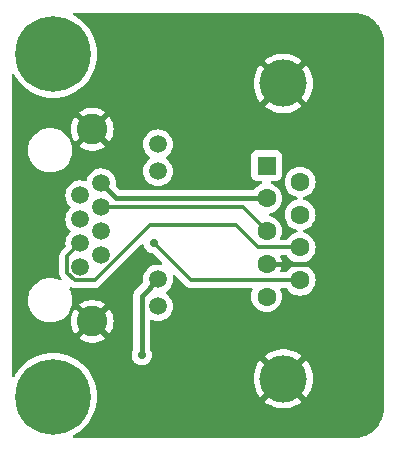
<source format=gbl>
G04 #@! TF.GenerationSoftware,KiCad,Pcbnew,8.0.5*
G04 #@! TF.CreationDate,2024-09-22T19:21:20+03:00*
G04 #@! TF.ProjectId,ditron-dc11-encoder,64697472-6f6e-42d6-9463-31312d656e63,rev?*
G04 #@! TF.SameCoordinates,Original*
G04 #@! TF.FileFunction,Copper,L2,Bot*
G04 #@! TF.FilePolarity,Positive*
%FSLAX46Y46*%
G04 Gerber Fmt 4.6, Leading zero omitted, Abs format (unit mm)*
G04 Created by KiCad (PCBNEW 8.0.5) date 2024-09-22 19:21:20*
%MOMM*%
%LPD*%
G01*
G04 APERTURE LIST*
G04 #@! TA.AperFunction,ComponentPad*
%ADD10C,4.000000*%
G04 #@! TD*
G04 #@! TA.AperFunction,ComponentPad*
%ADD11R,1.600000X1.600000*%
G04 #@! TD*
G04 #@! TA.AperFunction,ComponentPad*
%ADD12C,1.600000*%
G04 #@! TD*
G04 #@! TA.AperFunction,ComponentPad*
%ADD13C,1.500000*%
G04 #@! TD*
G04 #@! TA.AperFunction,ComponentPad*
%ADD14C,2.600000*%
G04 #@! TD*
G04 #@! TA.AperFunction,ComponentPad*
%ADD15C,0.800000*%
G04 #@! TD*
G04 #@! TA.AperFunction,ComponentPad*
%ADD16C,6.400000*%
G04 #@! TD*
G04 #@! TA.AperFunction,ViaPad*
%ADD17C,0.700000*%
G04 #@! TD*
G04 #@! TA.AperFunction,Conductor*
%ADD18C,0.300000*%
G04 #@! TD*
G04 #@! TA.AperFunction,Conductor*
%ADD19C,0.400000*%
G04 #@! TD*
G04 APERTURE END LIST*
D10*
G04 #@! TO.P,J1,0,PAD*
G04 #@! TO.N,/SHIELD*
X170489669Y-106490000D03*
X170489669Y-81490000D03*
D11*
G04 #@! TO.P,J1,1,1*
G04 #@! TO.N,/A_N*
X169069669Y-88450000D03*
D12*
G04 #@! TO.P,J1,2,2*
G04 #@! TO.N,GND*
X169069669Y-91220000D03*
G04 #@! TO.P,J1,3,3*
G04 #@! TO.N,/B_N*
X169069669Y-93990000D03*
G04 #@! TO.P,J1,4,4*
G04 #@! TO.N,/SHIELD*
X169069669Y-96760000D03*
G04 #@! TO.P,J1,5,5*
G04 #@! TO.N,/Z_N*
X169069669Y-99530000D03*
G04 #@! TO.P,J1,6,6*
G04 #@! TO.N,/A_P*
X171909669Y-89835000D03*
G04 #@! TO.P,J1,7,7*
G04 #@! TO.N,+5V*
X171909669Y-92605000D03*
G04 #@! TO.P,J1,8,8*
G04 #@! TO.N,/B_P*
X171909669Y-95375000D03*
G04 #@! TO.P,J1,9,9*
G04 #@! TO.N,/Z_P*
X171909669Y-98145000D03*
G04 #@! TD*
D13*
G04 #@! TO.P,J2,1*
G04 #@! TO.N,/A_P*
X153290000Y-97070000D03*
G04 #@! TO.P,J2,2*
G04 #@! TO.N,/A_N*
X155070000Y-96050000D03*
G04 #@! TO.P,J2,3*
G04 #@! TO.N,/B_P*
X153290000Y-95030000D03*
G04 #@! TO.P,J2,4*
G04 #@! TO.N,/Z_P*
X155070000Y-94010000D03*
G04 #@! TO.P,J2,5*
G04 #@! TO.N,/Z_N*
X153290000Y-92990000D03*
G04 #@! TO.P,J2,6*
G04 #@! TO.N,/B_N*
X155070000Y-91970000D03*
G04 #@! TO.P,J2,7*
G04 #@! TO.N,+5V*
X153290000Y-90950000D03*
G04 #@! TO.P,J2,8*
G04 #@! TO.N,GND*
X155070000Y-89930000D03*
G04 #@! TO.P,J2,9*
X159880000Y-100360000D03*
G04 #@! TO.P,J2,10*
G04 #@! TO.N,Net-(J2-Pad10)*
X159880000Y-98070000D03*
G04 #@! TO.P,J2,11*
G04 #@! TO.N,unconnected-(J2-Pad11)*
X159880000Y-88930000D03*
G04 #@! TO.P,J2,12*
G04 #@! TO.N,unconnected-(J2-Pad12)*
X159880000Y-86640000D03*
D14*
G04 #@! TO.P,J2,SH*
G04 #@! TO.N,/SHIELD*
X154310000Y-85370000D03*
X154310000Y-101630000D03*
G04 #@! TD*
D15*
G04 #@! TO.P,H2,1,1*
G04 #@! TO.N,unconnected-(H2-Pad1)_5*
X148600000Y-79000000D03*
G04 #@! TO.N,unconnected-(H2-Pad1)_3*
X149302944Y-77302944D03*
G04 #@! TO.N,unconnected-(H2-Pad1)_2*
X149302944Y-80697056D03*
G04 #@! TO.N,unconnected-(H2-Pad1)_8*
X151000000Y-76600000D03*
D16*
G04 #@! TO.N,unconnected-(H2-Pad1)_6*
X151000000Y-79000000D03*
D15*
G04 #@! TO.N,unconnected-(H2-Pad1)_1*
X151000000Y-81400000D03*
G04 #@! TO.N,unconnected-(H2-Pad1)_4*
X152697056Y-77302944D03*
G04 #@! TO.N,unconnected-(H2-Pad1)_7*
X152697056Y-80697056D03*
G04 #@! TO.N,unconnected-(H2-Pad1)*
X153400000Y-79000000D03*
G04 #@! TD*
G04 #@! TO.P,H1,1,1*
G04 #@! TO.N,unconnected-(H1-Pad1)_6*
X148600000Y-108000000D03*
G04 #@! TO.N,unconnected-(H1-Pad1)*
X149302944Y-106302944D03*
G04 #@! TO.N,unconnected-(H1-Pad1)_1*
X149302944Y-109697056D03*
G04 #@! TO.N,unconnected-(H1-Pad1)_8*
X151000000Y-105600000D03*
D16*
G04 #@! TO.N,unconnected-(H1-Pad1)_5*
X151000000Y-108000000D03*
D15*
G04 #@! TO.N,unconnected-(H1-Pad1)_2*
X151000000Y-110400000D03*
G04 #@! TO.N,unconnected-(H1-Pad1)_4*
X152697056Y-106302944D03*
G04 #@! TO.N,unconnected-(H1-Pad1)_7*
X152697056Y-109697056D03*
G04 #@! TO.N,unconnected-(H1-Pad1)_3*
X153400000Y-108000000D03*
G04 #@! TD*
D17*
G04 #@! TO.N,/Z_P*
X159500000Y-95000000D03*
G04 #@! TO.N,Net-(J2-Pad10)*
X158500000Y-104500000D03*
G04 #@! TD*
D18*
G04 #@! TO.N,/Z_P*
X162645000Y-98145000D02*
X171909669Y-98145000D01*
X159500000Y-95000000D02*
X162645000Y-98145000D01*
D19*
G04 #@! TO.N,/SHIELD*
X169069669Y-96760000D02*
X174760000Y-96760000D01*
X174760000Y-96760000D02*
X175000000Y-97000000D01*
D18*
G04 #@! TO.N,/B_N*
X155070000Y-91970000D02*
X167049669Y-91970000D01*
X167049669Y-91970000D02*
X169069669Y-93990000D01*
G04 #@! TO.N,/B_P*
X168375000Y-95375000D02*
X171909669Y-95375000D01*
X153290000Y-95030000D02*
X152190000Y-96130000D01*
X159175635Y-93500000D02*
X166500000Y-93500000D01*
X166500000Y-93500000D02*
X168375000Y-95375000D01*
X152190000Y-97525635D02*
X152834365Y-98170000D01*
X152834365Y-98170000D02*
X154505635Y-98170000D01*
X152190000Y-96130000D02*
X152190000Y-97525635D01*
X154505635Y-98170000D02*
X159175635Y-93500000D01*
D19*
G04 #@! TO.N,GND*
X156360000Y-91220000D02*
X169069669Y-91220000D01*
X155070000Y-89930000D02*
X156360000Y-91220000D01*
G04 #@! TO.N,Net-(J2-Pad10)*
X158500000Y-99450000D02*
X159880000Y-98070000D01*
X158500000Y-104500000D02*
X158500000Y-99450000D01*
G04 #@! TD*
G04 #@! TA.AperFunction,Conductor*
G04 #@! TO.N,/SHIELD*
G36*
X170780025Y-96045185D02*
G01*
X170814561Y-96078377D01*
X170909623Y-96214141D01*
X171070527Y-96375045D01*
X171070530Y-96375047D01*
X171256935Y-96505568D01*
X171463173Y-96601739D01*
X171463178Y-96601740D01*
X171463180Y-96601741D01*
X171606805Y-96640225D01*
X171666466Y-96676590D01*
X171696995Y-96739437D01*
X171688700Y-96808812D01*
X171644215Y-96862690D01*
X171606805Y-96879775D01*
X171463180Y-96918258D01*
X171463171Y-96918261D01*
X171256936Y-97014431D01*
X171256934Y-97014432D01*
X171070527Y-97144954D01*
X170909623Y-97305858D01*
X170814561Y-97441623D01*
X170759984Y-97485248D01*
X170712986Y-97494500D01*
X170356199Y-97494500D01*
X170289160Y-97474815D01*
X170243405Y-97422011D01*
X170233461Y-97352853D01*
X170243817Y-97318096D01*
X170295933Y-97206331D01*
X170295938Y-97206317D01*
X170354808Y-96986610D01*
X170354810Y-96986599D01*
X170374635Y-96760002D01*
X170374635Y-96759997D01*
X170354810Y-96533400D01*
X170354808Y-96533389D01*
X170295938Y-96313682D01*
X170295933Y-96313668D01*
X170243817Y-96201904D01*
X170233325Y-96132827D01*
X170261845Y-96069043D01*
X170320322Y-96030804D01*
X170356199Y-96025500D01*
X170712986Y-96025500D01*
X170780025Y-96045185D01*
G37*
G04 #@! TD.AperFunction*
G04 #@! TA.AperFunction,Conductor*
G36*
X176503736Y-75500726D02*
G01*
X176793796Y-75518271D01*
X176808659Y-75520076D01*
X177090798Y-75571780D01*
X177105335Y-75575363D01*
X177379172Y-75660695D01*
X177393163Y-75666000D01*
X177654743Y-75783727D01*
X177667989Y-75790680D01*
X177913465Y-75939075D01*
X177925776Y-75947573D01*
X177995406Y-76002124D01*
X178151573Y-76124473D01*
X178162781Y-76134403D01*
X178365596Y-76337218D01*
X178375526Y-76348426D01*
X178495481Y-76501538D01*
X178552422Y-76574217D01*
X178560928Y-76586540D01*
X178709316Y-76832004D01*
X178716275Y-76845263D01*
X178833997Y-77106831D01*
X178839306Y-77120832D01*
X178924635Y-77394663D01*
X178928219Y-77409201D01*
X178979923Y-77691340D01*
X178981728Y-77706205D01*
X178999274Y-77996263D01*
X178999500Y-78003750D01*
X178999500Y-108996249D01*
X178999274Y-109003736D01*
X178981728Y-109293794D01*
X178979923Y-109308659D01*
X178928219Y-109590798D01*
X178924635Y-109605336D01*
X178839306Y-109879167D01*
X178833997Y-109893168D01*
X178716275Y-110154736D01*
X178709316Y-110167995D01*
X178560928Y-110413459D01*
X178552422Y-110425782D01*
X178375526Y-110651573D01*
X178365596Y-110662781D01*
X178162781Y-110865596D01*
X178151573Y-110875526D01*
X177925782Y-111052422D01*
X177913459Y-111060928D01*
X177667995Y-111209316D01*
X177654736Y-111216275D01*
X177393168Y-111333997D01*
X177379167Y-111339306D01*
X177105336Y-111424635D01*
X177090798Y-111428219D01*
X176808659Y-111479923D01*
X176793794Y-111481728D01*
X176503736Y-111499274D01*
X176496249Y-111499500D01*
X152799393Y-111499500D01*
X152732354Y-111479815D01*
X152686599Y-111427011D01*
X152676655Y-111357853D01*
X152705680Y-111294297D01*
X152743098Y-111265015D01*
X152852789Y-111209125D01*
X153178084Y-110997876D01*
X153479516Y-110753781D01*
X153753781Y-110479516D01*
X153997876Y-110178084D01*
X154209125Y-109852789D01*
X154385214Y-109507194D01*
X154524214Y-109145087D01*
X154624602Y-108770433D01*
X154685278Y-108387338D01*
X154705578Y-108000000D01*
X154685278Y-107612662D01*
X154624602Y-107229567D01*
X154524214Y-106854913D01*
X154385214Y-106492806D01*
X154383781Y-106489994D01*
X167984726Y-106489994D01*
X167984726Y-106490005D01*
X168004476Y-106803942D01*
X168004477Y-106803949D01*
X168063424Y-107112958D01*
X168160632Y-107412132D01*
X168160634Y-107412137D01*
X168294569Y-107696761D01*
X168294572Y-107696767D01*
X168463126Y-107962367D01*
X168463129Y-107962371D01*
X168553955Y-108072160D01*
X169195417Y-107430698D01*
X169269257Y-107532330D01*
X169447339Y-107710412D01*
X169548969Y-107784250D01*
X168904640Y-108428579D01*
X168904641Y-108428581D01*
X169147441Y-108604985D01*
X169147459Y-108604996D01*
X169423116Y-108756540D01*
X169423124Y-108756544D01*
X169715595Y-108872340D01*
X170020289Y-108950573D01*
X170020298Y-108950575D01*
X170332370Y-108989999D01*
X170332384Y-108990000D01*
X170646954Y-108990000D01*
X170646967Y-108989999D01*
X170959039Y-108950575D01*
X170959048Y-108950573D01*
X171263742Y-108872340D01*
X171556213Y-108756544D01*
X171556221Y-108756540D01*
X171831878Y-108604996D01*
X171831888Y-108604990D01*
X172074695Y-108428579D01*
X172074696Y-108428579D01*
X171430367Y-107784251D01*
X171531999Y-107710412D01*
X171710081Y-107532330D01*
X171783920Y-107430698D01*
X172425381Y-108072160D01*
X172516213Y-107962364D01*
X172684765Y-107696767D01*
X172684768Y-107696761D01*
X172818703Y-107412137D01*
X172818705Y-107412132D01*
X172915913Y-107112958D01*
X172974860Y-106803949D01*
X172974861Y-106803942D01*
X172994612Y-106490005D01*
X172994612Y-106489994D01*
X172974861Y-106176057D01*
X172974860Y-106176050D01*
X172915913Y-105867041D01*
X172818705Y-105567867D01*
X172818703Y-105567862D01*
X172684768Y-105283238D01*
X172684765Y-105283232D01*
X172516211Y-105017632D01*
X172516208Y-105017628D01*
X172425381Y-104907838D01*
X171783919Y-105549300D01*
X171710081Y-105447670D01*
X171531999Y-105269588D01*
X171430367Y-105195748D01*
X172074696Y-104551419D01*
X172074695Y-104551417D01*
X171831896Y-104375014D01*
X171831878Y-104375003D01*
X171556221Y-104223459D01*
X171556213Y-104223455D01*
X171263742Y-104107659D01*
X170959048Y-104029426D01*
X170959039Y-104029424D01*
X170646967Y-103990000D01*
X170332370Y-103990000D01*
X170020298Y-104029424D01*
X170020289Y-104029426D01*
X169715595Y-104107659D01*
X169423124Y-104223455D01*
X169423116Y-104223459D01*
X169147456Y-104375004D01*
X169147451Y-104375007D01*
X168904641Y-104551418D01*
X168904640Y-104551419D01*
X169548970Y-105195748D01*
X169447339Y-105269588D01*
X169269257Y-105447670D01*
X169195417Y-105549300D01*
X168553955Y-104907838D01*
X168553954Y-104907838D01*
X168463128Y-105017629D01*
X168463126Y-105017632D01*
X168294572Y-105283232D01*
X168294569Y-105283238D01*
X168160634Y-105567862D01*
X168160632Y-105567867D01*
X168063424Y-105867041D01*
X168004477Y-106176050D01*
X168004476Y-106176057D01*
X167984726Y-106489994D01*
X154383781Y-106489994D01*
X154209125Y-106147211D01*
X153997876Y-105821916D01*
X153753781Y-105520484D01*
X153479516Y-105246219D01*
X153342818Y-105135523D01*
X153178082Y-105002122D01*
X152852793Y-104790877D01*
X152507197Y-104614787D01*
X152145094Y-104475788D01*
X152145087Y-104475786D01*
X151770433Y-104375398D01*
X151770429Y-104375397D01*
X151770428Y-104375397D01*
X151387339Y-104314722D01*
X151000001Y-104294422D01*
X150999999Y-104294422D01*
X150612660Y-104314722D01*
X150229572Y-104375397D01*
X150229570Y-104375397D01*
X149854905Y-104475788D01*
X149492802Y-104614787D01*
X149147206Y-104790877D01*
X148821917Y-105002122D01*
X148520488Y-105246215D01*
X148520480Y-105246222D01*
X148246222Y-105520480D01*
X148246215Y-105520488D01*
X148002122Y-105821917D01*
X147790877Y-106147206D01*
X147734985Y-106256901D01*
X147687010Y-106307697D01*
X147619189Y-106324492D01*
X147553054Y-106301955D01*
X147509603Y-106247240D01*
X147500500Y-106200606D01*
X147500500Y-99727065D01*
X148874500Y-99727065D01*
X148874500Y-99972934D01*
X148901227Y-100175939D01*
X148906591Y-100216677D01*
X148970222Y-100454152D01*
X148970225Y-100454162D01*
X149021512Y-100577979D01*
X149064306Y-100681292D01*
X149187233Y-100894208D01*
X149187235Y-100894211D01*
X149187236Y-100894212D01*
X149336897Y-101089254D01*
X149336903Y-101089261D01*
X149510738Y-101263096D01*
X149510745Y-101263102D01*
X149625335Y-101351030D01*
X149705792Y-101412767D01*
X149918708Y-101535694D01*
X150145847Y-101629778D01*
X150383323Y-101693409D01*
X150627073Y-101725500D01*
X150627080Y-101725500D01*
X150872920Y-101725500D01*
X150872927Y-101725500D01*
X151116677Y-101693409D01*
X151353343Y-101629995D01*
X152504953Y-101629995D01*
X152504953Y-101630004D01*
X152525113Y-101899026D01*
X152525113Y-101899028D01*
X152585142Y-102162033D01*
X152585148Y-102162052D01*
X152683709Y-102413181D01*
X152683708Y-102413181D01*
X152818602Y-102646822D01*
X152872294Y-102714151D01*
X152872295Y-102714151D01*
X153519522Y-102066924D01*
X153610924Y-102203717D01*
X153736283Y-102329076D01*
X153873074Y-102420477D01*
X153224848Y-103068702D01*
X153407483Y-103193220D01*
X153407485Y-103193221D01*
X153650539Y-103310269D01*
X153650537Y-103310269D01*
X153908337Y-103389790D01*
X153908343Y-103389792D01*
X154175101Y-103429999D01*
X154175110Y-103430000D01*
X154444890Y-103430000D01*
X154444898Y-103429999D01*
X154711656Y-103389792D01*
X154711662Y-103389790D01*
X154969461Y-103310269D01*
X155212521Y-103193218D01*
X155395150Y-103068702D01*
X154746924Y-102420477D01*
X154883717Y-102329076D01*
X155009076Y-102203717D01*
X155100477Y-102066924D01*
X155747703Y-102714151D01*
X155747704Y-102714150D01*
X155801393Y-102646828D01*
X155801400Y-102646817D01*
X155936290Y-102413181D01*
X156034851Y-102162052D01*
X156034857Y-102162033D01*
X156094886Y-101899028D01*
X156094886Y-101899026D01*
X156115047Y-101630004D01*
X156115047Y-101629995D01*
X156094886Y-101360973D01*
X156094886Y-101360971D01*
X156034857Y-101097966D01*
X156034851Y-101097947D01*
X155936290Y-100846818D01*
X155936291Y-100846818D01*
X155801397Y-100613177D01*
X155747704Y-100545847D01*
X155100477Y-101193074D01*
X155009076Y-101056283D01*
X154883717Y-100930924D01*
X154746924Y-100839522D01*
X155395150Y-100191296D01*
X155212517Y-100066779D01*
X155212516Y-100066778D01*
X154969460Y-99949730D01*
X154969462Y-99949730D01*
X154711662Y-99870209D01*
X154711656Y-99870207D01*
X154444898Y-99830000D01*
X154175101Y-99830000D01*
X153908343Y-99870207D01*
X153908337Y-99870209D01*
X153650538Y-99949730D01*
X153407485Y-100066778D01*
X153407476Y-100066783D01*
X153224848Y-100191296D01*
X153873075Y-100839522D01*
X153736283Y-100930924D01*
X153610924Y-101056283D01*
X153519522Y-101193075D01*
X152872295Y-100545848D01*
X152818600Y-100613180D01*
X152683709Y-100846818D01*
X152585148Y-101097947D01*
X152585142Y-101097966D01*
X152525113Y-101360971D01*
X152525113Y-101360973D01*
X152504953Y-101629995D01*
X151353343Y-101629995D01*
X151354153Y-101629778D01*
X151581292Y-101535694D01*
X151794208Y-101412767D01*
X151989256Y-101263101D01*
X152163101Y-101089256D01*
X152312767Y-100894208D01*
X152435694Y-100681292D01*
X152529778Y-100454153D01*
X152593409Y-100216677D01*
X152625500Y-99972927D01*
X152625500Y-99727073D01*
X152593409Y-99483323D01*
X152529778Y-99245847D01*
X152529708Y-99245679D01*
X152481853Y-99130145D01*
X152435694Y-99018708D01*
X152383296Y-98927951D01*
X152366824Y-98860056D01*
X152389676Y-98794029D01*
X152444597Y-98750838D01*
X152514150Y-98744196D01*
X152538136Y-98751394D01*
X152641067Y-98794029D01*
X152644621Y-98795501D01*
X152644625Y-98795501D01*
X152644626Y-98795502D01*
X152770293Y-98820500D01*
X152770296Y-98820500D01*
X154569706Y-98820500D01*
X154654250Y-98803682D01*
X154695379Y-98795501D01*
X154813762Y-98746465D01*
X154851176Y-98721466D01*
X154920304Y-98675277D01*
X158460161Y-95135418D01*
X158521482Y-95101935D01*
X158591174Y-95106919D01*
X158647107Y-95148791D01*
X158665771Y-95184783D01*
X158718747Y-95347829D01*
X158718750Y-95347835D01*
X158808141Y-95502665D01*
X158844048Y-95542544D01*
X158927764Y-95635521D01*
X158927767Y-95635523D01*
X158927770Y-95635526D01*
X159072407Y-95740612D01*
X159235733Y-95813329D01*
X159235735Y-95813329D01*
X159235736Y-95813330D01*
X159292275Y-95825347D01*
X159400010Y-95848247D01*
X159461490Y-95881438D01*
X159461909Y-95881855D01*
X160203377Y-96623323D01*
X160236862Y-96684646D01*
X160231878Y-96754338D01*
X160190006Y-96810271D01*
X160124542Y-96834688D01*
X160103427Y-96833604D01*
X160103370Y-96834265D01*
X160097977Y-96833793D01*
X159988150Y-96824184D01*
X159880002Y-96814723D01*
X159879998Y-96814723D01*
X159734682Y-96827436D01*
X159662023Y-96833793D01*
X159662020Y-96833793D01*
X159450677Y-96890422D01*
X159450668Y-96890426D01*
X159252361Y-96982898D01*
X159252357Y-96982900D01*
X159073121Y-97108402D01*
X158918402Y-97263121D01*
X158792900Y-97442357D01*
X158792898Y-97442361D01*
X158700426Y-97640668D01*
X158700422Y-97640677D01*
X158643793Y-97852020D01*
X158643793Y-97852024D01*
X158624723Y-98069997D01*
X158624723Y-98070002D01*
X158640971Y-98255729D01*
X158627204Y-98324229D01*
X158605124Y-98354217D01*
X157955887Y-99003454D01*
X157879222Y-99118192D01*
X157826421Y-99245667D01*
X157826418Y-99245679D01*
X157801345Y-99371733D01*
X157801344Y-99371739D01*
X157799500Y-99381007D01*
X157799500Y-103979075D01*
X157782887Y-104041075D01*
X157718750Y-104152163D01*
X157663504Y-104322192D01*
X157663503Y-104322194D01*
X157644815Y-104500000D01*
X157663503Y-104677805D01*
X157663504Y-104677807D01*
X157718747Y-104847829D01*
X157718750Y-104847835D01*
X157808141Y-105002665D01*
X157849812Y-105048946D01*
X157927764Y-105135521D01*
X157927767Y-105135523D01*
X157927770Y-105135526D01*
X158072407Y-105240612D01*
X158235733Y-105313329D01*
X158410609Y-105350500D01*
X158410610Y-105350500D01*
X158589389Y-105350500D01*
X158589391Y-105350500D01*
X158764267Y-105313329D01*
X158927593Y-105240612D01*
X159072230Y-105135526D01*
X159191859Y-105002665D01*
X159281250Y-104847835D01*
X159336497Y-104677803D01*
X159355185Y-104500000D01*
X159336497Y-104322197D01*
X159281250Y-104152165D01*
X159217113Y-104041075D01*
X159200500Y-103979075D01*
X159200500Y-101617559D01*
X159220185Y-101550520D01*
X159272989Y-101504765D01*
X159342147Y-101494821D01*
X159376900Y-101505175D01*
X159450670Y-101539575D01*
X159662023Y-101596207D01*
X159844926Y-101612208D01*
X159879998Y-101615277D01*
X159880000Y-101615277D01*
X159880002Y-101615277D01*
X159908254Y-101612805D01*
X160097977Y-101596207D01*
X160309330Y-101539575D01*
X160507639Y-101447102D01*
X160686877Y-101321598D01*
X160841598Y-101166877D01*
X160967102Y-100987639D01*
X161059575Y-100789330D01*
X161116207Y-100577977D01*
X161134477Y-100369141D01*
X161135277Y-100360002D01*
X161135277Y-100359997D01*
X161122737Y-100216668D01*
X161116207Y-100142023D01*
X161059575Y-99930670D01*
X160967102Y-99732362D01*
X160967100Y-99732359D01*
X160967099Y-99732357D01*
X160841599Y-99553124D01*
X160771795Y-99483320D01*
X160686877Y-99398402D01*
X160570013Y-99316573D01*
X160526390Y-99261998D01*
X160519198Y-99192499D01*
X160550720Y-99130145D01*
X160570010Y-99113429D01*
X160686877Y-99031598D01*
X160841598Y-98876877D01*
X160967102Y-98697639D01*
X161059575Y-98499330D01*
X161116207Y-98287977D01*
X161135277Y-98070000D01*
X161129729Y-98006590D01*
X161122006Y-97918308D01*
X161116207Y-97852023D01*
X161116206Y-97852022D01*
X161115735Y-97846630D01*
X161117926Y-97846438D01*
X161124624Y-97786395D01*
X161168681Y-97732166D01*
X161235062Y-97710365D01*
X161302692Y-97727914D01*
X161326676Y-97746622D01*
X162230325Y-98650272D01*
X162230332Y-98650278D01*
X162336863Y-98721459D01*
X162336867Y-98721461D01*
X162336874Y-98721466D01*
X162397228Y-98746465D01*
X162397229Y-98746465D01*
X162397230Y-98746466D01*
X162455251Y-98770499D01*
X162455256Y-98770501D01*
X162455260Y-98770501D01*
X162455261Y-98770502D01*
X162580928Y-98795500D01*
X162580931Y-98795500D01*
X162709069Y-98795500D01*
X167782588Y-98795500D01*
X167849627Y-98815185D01*
X167895382Y-98867989D01*
X167905326Y-98937147D01*
X167894970Y-98971903D01*
X167873145Y-99018708D01*
X167842931Y-99083502D01*
X167842927Y-99083511D01*
X167784035Y-99303302D01*
X167784033Y-99303313D01*
X167764201Y-99529998D01*
X167764201Y-99530001D01*
X167784033Y-99756686D01*
X167784035Y-99756697D01*
X167842927Y-99976488D01*
X167842930Y-99976497D01*
X167939100Y-100182732D01*
X167939101Y-100182734D01*
X168069623Y-100369141D01*
X168230527Y-100530045D01*
X168230530Y-100530047D01*
X168416935Y-100660568D01*
X168623173Y-100756739D01*
X168623178Y-100756740D01*
X168623180Y-100756741D01*
X168676084Y-100770916D01*
X168842977Y-100815635D01*
X169004899Y-100829801D01*
X169069667Y-100835468D01*
X169069669Y-100835468D01*
X169069671Y-100835468D01*
X169126342Y-100830509D01*
X169296361Y-100815635D01*
X169516165Y-100756739D01*
X169722403Y-100660568D01*
X169908808Y-100530047D01*
X170069716Y-100369139D01*
X170200237Y-100182734D01*
X170296408Y-99976496D01*
X170355304Y-99756692D01*
X170375137Y-99530000D01*
X170355304Y-99303308D01*
X170296408Y-99083504D01*
X170244367Y-98971904D01*
X170233876Y-98902828D01*
X170262396Y-98839044D01*
X170320872Y-98800804D01*
X170356750Y-98795500D01*
X170712986Y-98795500D01*
X170780025Y-98815185D01*
X170814561Y-98848377D01*
X170909623Y-98984141D01*
X171070527Y-99145045D01*
X171070530Y-99145047D01*
X171256935Y-99275568D01*
X171463173Y-99371739D01*
X171682977Y-99430635D01*
X171844899Y-99444801D01*
X171909667Y-99450468D01*
X171909669Y-99450468D01*
X171909671Y-99450468D01*
X171966342Y-99445509D01*
X172136361Y-99430635D01*
X172356165Y-99371739D01*
X172562403Y-99275568D01*
X172748808Y-99145047D01*
X172909716Y-98984139D01*
X173040237Y-98797734D01*
X173136408Y-98591496D01*
X173195304Y-98371692D01*
X173215137Y-98145000D01*
X173195304Y-97918308D01*
X173136408Y-97698504D01*
X173040237Y-97492266D01*
X172909716Y-97305861D01*
X172909714Y-97305858D01*
X172748810Y-97144954D01*
X172562403Y-97014432D01*
X172562401Y-97014431D01*
X172356166Y-96918261D01*
X172356157Y-96918258D01*
X172233635Y-96885429D01*
X172212531Y-96879774D01*
X172152871Y-96843410D01*
X172122342Y-96780563D01*
X172130637Y-96711188D01*
X172175122Y-96657310D01*
X172212531Y-96640225D01*
X172356165Y-96601739D01*
X172562403Y-96505568D01*
X172748808Y-96375047D01*
X172909716Y-96214139D01*
X173040237Y-96027734D01*
X173136408Y-95821496D01*
X173195304Y-95601692D01*
X173215137Y-95375000D01*
X173195304Y-95148308D01*
X173136408Y-94928504D01*
X173040237Y-94722266D01*
X172909716Y-94535861D01*
X172909714Y-94535858D01*
X172748810Y-94374954D01*
X172562403Y-94244432D01*
X172562401Y-94244431D01*
X172356166Y-94148261D01*
X172356157Y-94148258D01*
X172233635Y-94115429D01*
X172212531Y-94109774D01*
X172152871Y-94073410D01*
X172122342Y-94010563D01*
X172130637Y-93941188D01*
X172175122Y-93887310D01*
X172212531Y-93870225D01*
X172356165Y-93831739D01*
X172562403Y-93735568D01*
X172748808Y-93605047D01*
X172909716Y-93444139D01*
X173040237Y-93257734D01*
X173136408Y-93051496D01*
X173195304Y-92831692D01*
X173215137Y-92605000D01*
X173211258Y-92560668D01*
X173195304Y-92378313D01*
X173195304Y-92378308D01*
X173136408Y-92158504D01*
X173040237Y-91952266D01*
X172909716Y-91765861D01*
X172909714Y-91765858D01*
X172748810Y-91604954D01*
X172562403Y-91474432D01*
X172562401Y-91474431D01*
X172356166Y-91378261D01*
X172356157Y-91378258D01*
X172233635Y-91345429D01*
X172212531Y-91339774D01*
X172152871Y-91303410D01*
X172122342Y-91240563D01*
X172130637Y-91171188D01*
X172175122Y-91117310D01*
X172212531Y-91100225D01*
X172356165Y-91061739D01*
X172562403Y-90965568D01*
X172748808Y-90835047D01*
X172909716Y-90674139D01*
X173040237Y-90487734D01*
X173136408Y-90281496D01*
X173195304Y-90061692D01*
X173215137Y-89835000D01*
X173195304Y-89608308D01*
X173136408Y-89388504D01*
X173040237Y-89182266D01*
X172909716Y-88995861D01*
X172909714Y-88995858D01*
X172748810Y-88834954D01*
X172562403Y-88704432D01*
X172562401Y-88704431D01*
X172356166Y-88608261D01*
X172356157Y-88608258D01*
X172136366Y-88549366D01*
X172136362Y-88549365D01*
X172136361Y-88549365D01*
X172136360Y-88549364D01*
X172136355Y-88549364D01*
X171909671Y-88529532D01*
X171909667Y-88529532D01*
X171682982Y-88549364D01*
X171682971Y-88549366D01*
X171463180Y-88608258D01*
X171463171Y-88608261D01*
X171256936Y-88704431D01*
X171256934Y-88704432D01*
X171070527Y-88834954D01*
X170909623Y-88995858D01*
X170779101Y-89182265D01*
X170779100Y-89182267D01*
X170682930Y-89388502D01*
X170682927Y-89388511D01*
X170624035Y-89608302D01*
X170624033Y-89608313D01*
X170604201Y-89834998D01*
X170604201Y-89835001D01*
X170624033Y-90061686D01*
X170624035Y-90061697D01*
X170682927Y-90281488D01*
X170682930Y-90281497D01*
X170779100Y-90487732D01*
X170779101Y-90487734D01*
X170909623Y-90674141D01*
X171070527Y-90835045D01*
X171070530Y-90835047D01*
X171256935Y-90965568D01*
X171463173Y-91061739D01*
X171463178Y-91061740D01*
X171463180Y-91061741D01*
X171606805Y-91100225D01*
X171666466Y-91136590D01*
X171696995Y-91199437D01*
X171688700Y-91268812D01*
X171644215Y-91322690D01*
X171606805Y-91339775D01*
X171463180Y-91378258D01*
X171463171Y-91378261D01*
X171256936Y-91474431D01*
X171256934Y-91474432D01*
X171070527Y-91604954D01*
X170909623Y-91765858D01*
X170779101Y-91952265D01*
X170779100Y-91952267D01*
X170682930Y-92158502D01*
X170682927Y-92158511D01*
X170624035Y-92378302D01*
X170624033Y-92378313D01*
X170604201Y-92604998D01*
X170604201Y-92605001D01*
X170624033Y-92831686D01*
X170624035Y-92831697D01*
X170682927Y-93051488D01*
X170682930Y-93051497D01*
X170779100Y-93257732D01*
X170779101Y-93257734D01*
X170909623Y-93444141D01*
X171070527Y-93605045D01*
X171070530Y-93605047D01*
X171256935Y-93735568D01*
X171463173Y-93831739D01*
X171463178Y-93831740D01*
X171463180Y-93831741D01*
X171606805Y-93870225D01*
X171666466Y-93906590D01*
X171696995Y-93969437D01*
X171688700Y-94038812D01*
X171644215Y-94092690D01*
X171606805Y-94109775D01*
X171463180Y-94148258D01*
X171463171Y-94148261D01*
X171256936Y-94244431D01*
X171256934Y-94244432D01*
X171070527Y-94374954D01*
X170909623Y-94535858D01*
X170814561Y-94671623D01*
X170759984Y-94715248D01*
X170712986Y-94724500D01*
X170356750Y-94724500D01*
X170289711Y-94704815D01*
X170243956Y-94652011D01*
X170234012Y-94582853D01*
X170244368Y-94548095D01*
X170250074Y-94535858D01*
X170296408Y-94436496D01*
X170355304Y-94216692D01*
X170373387Y-94010000D01*
X170375137Y-93990001D01*
X170375137Y-93989998D01*
X170355304Y-93763313D01*
X170355304Y-93763308D01*
X170296408Y-93543504D01*
X170200237Y-93337266D01*
X170069716Y-93150861D01*
X170069714Y-93150858D01*
X169908810Y-92989954D01*
X169722403Y-92859432D01*
X169722401Y-92859431D01*
X169516166Y-92763261D01*
X169516157Y-92763258D01*
X169393635Y-92730429D01*
X169372531Y-92724774D01*
X169312871Y-92688410D01*
X169282342Y-92625563D01*
X169290637Y-92556188D01*
X169335122Y-92502310D01*
X169372531Y-92485225D01*
X169516165Y-92446739D01*
X169722403Y-92350568D01*
X169908808Y-92220047D01*
X170069716Y-92059139D01*
X170200237Y-91872734D01*
X170296408Y-91666496D01*
X170355304Y-91446692D01*
X170375137Y-91220000D01*
X170370866Y-91171188D01*
X170355304Y-90993313D01*
X170355304Y-90993308D01*
X170296408Y-90773504D01*
X170200237Y-90567266D01*
X170069716Y-90380861D01*
X170069714Y-90380858D01*
X169908810Y-90219954D01*
X169722403Y-90089432D01*
X169722401Y-90089431D01*
X169516166Y-89993261D01*
X169511071Y-89991407D01*
X169511828Y-89989325D01*
X169460286Y-89957908D01*
X169429757Y-89895061D01*
X169438052Y-89825686D01*
X169482538Y-89771808D01*
X169549090Y-89750534D01*
X169552021Y-89750499D01*
X169917541Y-89750499D01*
X169977152Y-89744091D01*
X170112000Y-89693796D01*
X170227215Y-89607546D01*
X170313465Y-89492331D01*
X170363760Y-89357483D01*
X170370169Y-89297873D01*
X170370168Y-87602128D01*
X170363760Y-87542517D01*
X170354122Y-87516677D01*
X170313466Y-87407671D01*
X170313462Y-87407664D01*
X170227216Y-87292455D01*
X170227213Y-87292452D01*
X170112004Y-87206206D01*
X170111997Y-87206202D01*
X169977151Y-87155908D01*
X169977152Y-87155908D01*
X169917552Y-87149501D01*
X169917550Y-87149500D01*
X169917542Y-87149500D01*
X169917533Y-87149500D01*
X168221798Y-87149500D01*
X168221792Y-87149501D01*
X168162185Y-87155908D01*
X168027340Y-87206202D01*
X168027333Y-87206206D01*
X167912124Y-87292452D01*
X167912121Y-87292455D01*
X167825875Y-87407664D01*
X167825871Y-87407671D01*
X167775577Y-87542517D01*
X167769226Y-87601593D01*
X167769170Y-87602123D01*
X167769169Y-87602135D01*
X167769169Y-89297870D01*
X167769170Y-89297876D01*
X167775577Y-89357483D01*
X167825871Y-89492328D01*
X167825875Y-89492335D01*
X167912121Y-89607544D01*
X167912124Y-89607547D01*
X168027333Y-89693793D01*
X168027340Y-89693797D01*
X168162186Y-89744091D01*
X168162185Y-89744091D01*
X168169113Y-89744835D01*
X168221796Y-89750500D01*
X168587297Y-89750499D01*
X168654334Y-89770183D01*
X168700089Y-89822987D01*
X168710033Y-89892146D01*
X168681008Y-89955701D01*
X168627732Y-89989939D01*
X168628267Y-89991407D01*
X168623171Y-89993261D01*
X168416936Y-90089431D01*
X168416934Y-90089432D01*
X168230527Y-90219954D01*
X168069623Y-90380858D01*
X168009571Y-90466623D01*
X167954994Y-90510248D01*
X167907996Y-90519500D01*
X156701518Y-90519500D01*
X156634479Y-90499815D01*
X156613837Y-90483181D01*
X156344875Y-90214218D01*
X156311390Y-90152895D01*
X156309028Y-90115730D01*
X156309567Y-90109575D01*
X156320168Y-89988402D01*
X156325277Y-89930002D01*
X156325277Y-89929997D01*
X156316966Y-89835001D01*
X156306207Y-89712023D01*
X156249575Y-89500670D01*
X156157102Y-89302362D01*
X156157100Y-89302359D01*
X156157099Y-89302357D01*
X156031599Y-89123124D01*
X156031596Y-89123121D01*
X155876877Y-88968402D01*
X155697639Y-88842898D01*
X155697640Y-88842898D01*
X155697638Y-88842897D01*
X155598484Y-88796661D01*
X155499330Y-88750425D01*
X155499326Y-88750424D01*
X155499322Y-88750422D01*
X155287977Y-88693793D01*
X155070002Y-88674723D01*
X155069998Y-88674723D01*
X154924682Y-88687436D01*
X154852023Y-88693793D01*
X154852020Y-88693793D01*
X154640677Y-88750422D01*
X154640668Y-88750426D01*
X154442361Y-88842898D01*
X154442357Y-88842900D01*
X154263121Y-88968402D01*
X154108402Y-89123121D01*
X153982900Y-89302357D01*
X153982898Y-89302361D01*
X153890426Y-89500668D01*
X153890423Y-89500675D01*
X153843618Y-89675353D01*
X153807253Y-89735013D01*
X153744405Y-89765542D01*
X153691750Y-89763034D01*
X153507977Y-89713793D01*
X153290002Y-89694723D01*
X153289998Y-89694723D01*
X153144682Y-89707436D01*
X153072023Y-89713793D01*
X153072020Y-89713793D01*
X152860677Y-89770422D01*
X152860668Y-89770426D01*
X152662361Y-89862898D01*
X152662357Y-89862900D01*
X152483121Y-89988402D01*
X152328402Y-90143121D01*
X152202900Y-90322357D01*
X152202898Y-90322361D01*
X152110426Y-90520668D01*
X152110422Y-90520677D01*
X152053793Y-90732020D01*
X152053793Y-90732024D01*
X152034723Y-90949997D01*
X152034723Y-90950002D01*
X152053793Y-91167975D01*
X152053793Y-91167979D01*
X152110422Y-91379322D01*
X152110424Y-91379326D01*
X152110425Y-91379330D01*
X152141839Y-91446697D01*
X152202897Y-91577638D01*
X152202898Y-91577639D01*
X152328402Y-91756877D01*
X152328406Y-91756881D01*
X152453843Y-91882318D01*
X152487328Y-91943641D01*
X152482344Y-92013333D01*
X152453844Y-92057680D01*
X152328400Y-92183124D01*
X152202900Y-92362357D01*
X152202898Y-92362361D01*
X152110426Y-92560668D01*
X152110422Y-92560677D01*
X152053793Y-92772020D01*
X152053793Y-92772024D01*
X152034723Y-92989997D01*
X152034723Y-92990002D01*
X152037029Y-93016357D01*
X152053368Y-93203123D01*
X152053793Y-93207975D01*
X152053793Y-93207979D01*
X152110422Y-93419322D01*
X152110424Y-93419326D01*
X152110425Y-93419330D01*
X152121994Y-93444139D01*
X152202897Y-93617638D01*
X152202898Y-93617639D01*
X152328402Y-93796877D01*
X152328406Y-93796881D01*
X152453843Y-93922318D01*
X152487328Y-93983641D01*
X152482344Y-94053333D01*
X152453844Y-94097680D01*
X152328400Y-94223124D01*
X152202900Y-94402357D01*
X152202898Y-94402361D01*
X152110426Y-94600668D01*
X152110422Y-94600677D01*
X152053793Y-94812020D01*
X152053793Y-94812024D01*
X152034723Y-95029997D01*
X152034723Y-95030002D01*
X152053792Y-95247970D01*
X152053794Y-95247983D01*
X152056035Y-95256346D01*
X152054368Y-95326196D01*
X152023939Y-95376113D01*
X151684725Y-95715328D01*
X151684724Y-95715329D01*
X151635054Y-95789668D01*
X151635052Y-95789670D01*
X151613539Y-95821864D01*
X151613533Y-95821875D01*
X151564499Y-95940255D01*
X151564497Y-95940261D01*
X151539500Y-96065928D01*
X151539500Y-96065931D01*
X151539500Y-97589704D01*
X151556014Y-97672721D01*
X151564499Y-97715379D01*
X151613535Y-97833762D01*
X151684723Y-97940304D01*
X151684726Y-97940308D01*
X151699450Y-97955032D01*
X151732935Y-98016355D01*
X151727951Y-98086047D01*
X151686079Y-98141980D01*
X151620615Y-98166397D01*
X151564316Y-98157274D01*
X151354162Y-98070225D01*
X151354155Y-98070223D01*
X151354153Y-98070222D01*
X151116677Y-98006591D01*
X151075939Y-98001227D01*
X150872934Y-97974500D01*
X150872927Y-97974500D01*
X150627073Y-97974500D01*
X150627065Y-97974500D01*
X150395059Y-98005045D01*
X150383323Y-98006591D01*
X150146687Y-98069997D01*
X150145847Y-98070222D01*
X150145837Y-98070225D01*
X149918714Y-98164303D01*
X149918705Y-98164307D01*
X149705787Y-98287236D01*
X149510745Y-98436897D01*
X149510738Y-98436903D01*
X149336903Y-98610738D01*
X149336897Y-98610745D01*
X149187236Y-98805787D01*
X149064307Y-99018705D01*
X149064303Y-99018714D01*
X148970225Y-99245837D01*
X148970222Y-99245847D01*
X148915395Y-99450468D01*
X148906592Y-99483320D01*
X148906590Y-99483331D01*
X148874500Y-99727065D01*
X147500500Y-99727065D01*
X147500500Y-87027065D01*
X148874500Y-87027065D01*
X148874500Y-87272934D01*
X148897401Y-87446877D01*
X148906591Y-87516677D01*
X148951271Y-87683425D01*
X148970222Y-87754152D01*
X148970225Y-87754162D01*
X149025073Y-87886575D01*
X149064306Y-87981292D01*
X149187233Y-88194208D01*
X149187235Y-88194211D01*
X149187236Y-88194212D01*
X149336897Y-88389254D01*
X149336903Y-88389261D01*
X149510738Y-88563096D01*
X149510745Y-88563102D01*
X149569597Y-88608261D01*
X149705792Y-88712767D01*
X149918708Y-88835694D01*
X150145847Y-88929778D01*
X150383323Y-88993409D01*
X150627073Y-89025500D01*
X150627080Y-89025500D01*
X150872920Y-89025500D01*
X150872927Y-89025500D01*
X151116677Y-88993409D01*
X151354153Y-88929778D01*
X151581292Y-88835694D01*
X151794208Y-88712767D01*
X151989256Y-88563101D01*
X152163101Y-88389256D01*
X152312767Y-88194208D01*
X152435694Y-87981292D01*
X152529778Y-87754153D01*
X152593409Y-87516677D01*
X152625500Y-87272927D01*
X152625500Y-87027073D01*
X152593409Y-86783323D01*
X152529778Y-86545847D01*
X152435694Y-86318708D01*
X152312767Y-86105792D01*
X152163101Y-85910744D01*
X152163096Y-85910738D01*
X151989261Y-85736903D01*
X151989254Y-85736897D01*
X151794212Y-85587236D01*
X151794211Y-85587235D01*
X151794208Y-85587233D01*
X151581292Y-85464306D01*
X151571925Y-85460426D01*
X151354162Y-85370225D01*
X151354155Y-85370223D01*
X151354153Y-85370222D01*
X151353306Y-85369995D01*
X152504953Y-85369995D01*
X152504953Y-85370004D01*
X152525113Y-85639026D01*
X152525113Y-85639028D01*
X152585142Y-85902033D01*
X152585148Y-85902052D01*
X152683709Y-86153181D01*
X152683708Y-86153181D01*
X152818602Y-86386822D01*
X152872294Y-86454151D01*
X152872295Y-86454151D01*
X153519522Y-85806924D01*
X153610924Y-85943717D01*
X153736283Y-86069076D01*
X153873074Y-86160477D01*
X153224848Y-86808702D01*
X153407483Y-86933220D01*
X153407485Y-86933221D01*
X153650539Y-87050269D01*
X153650537Y-87050269D01*
X153908337Y-87129790D01*
X153908343Y-87129792D01*
X154175101Y-87169999D01*
X154175110Y-87170000D01*
X154444890Y-87170000D01*
X154444898Y-87169999D01*
X154711656Y-87129792D01*
X154711662Y-87129790D01*
X154969461Y-87050269D01*
X155212521Y-86933218D01*
X155395150Y-86808702D01*
X155226448Y-86640000D01*
X158624723Y-86640000D01*
X158637262Y-86783331D01*
X158643793Y-86857975D01*
X158643793Y-86857979D01*
X158700422Y-87069322D01*
X158700424Y-87069326D01*
X158700425Y-87069330D01*
X158746661Y-87168484D01*
X158792897Y-87267638D01*
X158810272Y-87292452D01*
X158918402Y-87446877D01*
X159073123Y-87601598D01*
X159073890Y-87602135D01*
X159189984Y-87683426D01*
X159233609Y-87738003D01*
X159240801Y-87807501D01*
X159209278Y-87869856D01*
X159189984Y-87886575D01*
X159073118Y-87968405D01*
X158918402Y-88123121D01*
X158792900Y-88302357D01*
X158792898Y-88302361D01*
X158700426Y-88500668D01*
X158700422Y-88500677D01*
X158643793Y-88712020D01*
X158643793Y-88712024D01*
X158624743Y-88929777D01*
X158624723Y-88930000D01*
X158641618Y-89123121D01*
X158643793Y-89147975D01*
X158643793Y-89147979D01*
X158700422Y-89359322D01*
X158700424Y-89359326D01*
X158700425Y-89359330D01*
X158746661Y-89458484D01*
X158792897Y-89557638D01*
X158792898Y-89557639D01*
X158918402Y-89736877D01*
X159073123Y-89891598D01*
X159252361Y-90017102D01*
X159450670Y-90109575D01*
X159662023Y-90166207D01*
X159844926Y-90182208D01*
X159879998Y-90185277D01*
X159880000Y-90185277D01*
X159880002Y-90185277D01*
X159908254Y-90182805D01*
X160097977Y-90166207D01*
X160309330Y-90109575D01*
X160507639Y-90017102D01*
X160686877Y-89891598D01*
X160841598Y-89736877D01*
X160967102Y-89557639D01*
X161059575Y-89359330D01*
X161116207Y-89147977D01*
X161135277Y-88930000D01*
X161135257Y-88929777D01*
X161127657Y-88842900D01*
X161116207Y-88712023D01*
X161059575Y-88500670D01*
X160967102Y-88302362D01*
X160967100Y-88302359D01*
X160967099Y-88302357D01*
X160841599Y-88123124D01*
X160841596Y-88123121D01*
X160686877Y-87968402D01*
X160570013Y-87886573D01*
X160526390Y-87831998D01*
X160519198Y-87762499D01*
X160550720Y-87700145D01*
X160570010Y-87683429D01*
X160686877Y-87601598D01*
X160841598Y-87446877D01*
X160967102Y-87267639D01*
X161059575Y-87069330D01*
X161116207Y-86857977D01*
X161135277Y-86640000D01*
X161116207Y-86422023D01*
X161059575Y-86210670D01*
X160967102Y-86012362D01*
X160967100Y-86012359D01*
X160967099Y-86012357D01*
X160841599Y-85833124D01*
X160804785Y-85796310D01*
X160686877Y-85678402D01*
X160507639Y-85552898D01*
X160507640Y-85552898D01*
X160507638Y-85552897D01*
X160408484Y-85506661D01*
X160309330Y-85460425D01*
X160309326Y-85460424D01*
X160309322Y-85460422D01*
X160097977Y-85403793D01*
X159880002Y-85384723D01*
X159879998Y-85384723D01*
X159734682Y-85397436D01*
X159662023Y-85403793D01*
X159662020Y-85403793D01*
X159450677Y-85460422D01*
X159450668Y-85460426D01*
X159252361Y-85552898D01*
X159252357Y-85552900D01*
X159073121Y-85678402D01*
X158918402Y-85833121D01*
X158792900Y-86012357D01*
X158792898Y-86012361D01*
X158700426Y-86210668D01*
X158700422Y-86210677D01*
X158643793Y-86422020D01*
X158643793Y-86422023D01*
X158624723Y-86640000D01*
X155226448Y-86640000D01*
X154746924Y-86160477D01*
X154883717Y-86069076D01*
X155009076Y-85943717D01*
X155100477Y-85806924D01*
X155747703Y-86454151D01*
X155747704Y-86454150D01*
X155801393Y-86386828D01*
X155801400Y-86386817D01*
X155936290Y-86153181D01*
X156034851Y-85902052D01*
X156034857Y-85902033D01*
X156094886Y-85639028D01*
X156094886Y-85639026D01*
X156115047Y-85370004D01*
X156115047Y-85369995D01*
X156094886Y-85100973D01*
X156094886Y-85100971D01*
X156034857Y-84837966D01*
X156034851Y-84837947D01*
X155936290Y-84586818D01*
X155936291Y-84586818D01*
X155801397Y-84353177D01*
X155747704Y-84285847D01*
X155100477Y-84933074D01*
X155009076Y-84796283D01*
X154883717Y-84670924D01*
X154746924Y-84579522D01*
X155395150Y-83931296D01*
X155212517Y-83806779D01*
X155212516Y-83806778D01*
X154969460Y-83689730D01*
X154969462Y-83689730D01*
X154711662Y-83610209D01*
X154711656Y-83610207D01*
X154444898Y-83570000D01*
X154175101Y-83570000D01*
X153908343Y-83610207D01*
X153908337Y-83610209D01*
X153650538Y-83689730D01*
X153407485Y-83806778D01*
X153407476Y-83806783D01*
X153224848Y-83931296D01*
X153873075Y-84579522D01*
X153736283Y-84670924D01*
X153610924Y-84796283D01*
X153519522Y-84933075D01*
X152872295Y-84285848D01*
X152818600Y-84353180D01*
X152683709Y-84586818D01*
X152585148Y-84837947D01*
X152585142Y-84837966D01*
X152525113Y-85100971D01*
X152525113Y-85100973D01*
X152504953Y-85369995D01*
X151353306Y-85369995D01*
X151116677Y-85306591D01*
X151075939Y-85301227D01*
X150872934Y-85274500D01*
X150872927Y-85274500D01*
X150627073Y-85274500D01*
X150627065Y-85274500D01*
X150395059Y-85305045D01*
X150383323Y-85306591D01*
X150146694Y-85369995D01*
X150145847Y-85370222D01*
X150145837Y-85370225D01*
X149918714Y-85464303D01*
X149918705Y-85464307D01*
X149705787Y-85587236D01*
X149510745Y-85736897D01*
X149510738Y-85736903D01*
X149336903Y-85910738D01*
X149336897Y-85910745D01*
X149187236Y-86105787D01*
X149064307Y-86318705D01*
X149064303Y-86318714D01*
X148970225Y-86545837D01*
X148970222Y-86545847D01*
X148944994Y-86640002D01*
X148906592Y-86783320D01*
X148906590Y-86783331D01*
X148874500Y-87027065D01*
X147500500Y-87027065D01*
X147500500Y-80799393D01*
X147520185Y-80732354D01*
X147572989Y-80686599D01*
X147642147Y-80676655D01*
X147705703Y-80705680D01*
X147734984Y-80743097D01*
X147782429Y-80836214D01*
X147790877Y-80852793D01*
X148002122Y-81178082D01*
X148002124Y-81178084D01*
X148246219Y-81479516D01*
X148520484Y-81753781D01*
X148520488Y-81753784D01*
X148821917Y-81997877D01*
X149147206Y-82209122D01*
X149147211Y-82209125D01*
X149492806Y-82385214D01*
X149854913Y-82524214D01*
X150229567Y-82624602D01*
X150612662Y-82685278D01*
X150978576Y-82704455D01*
X150999999Y-82705578D01*
X151000000Y-82705578D01*
X151000001Y-82705578D01*
X151020301Y-82704514D01*
X151387338Y-82685278D01*
X151770433Y-82624602D01*
X152145087Y-82524214D01*
X152507194Y-82385214D01*
X152852789Y-82209125D01*
X153178084Y-81997876D01*
X153479516Y-81753781D01*
X153743303Y-81489994D01*
X167984726Y-81489994D01*
X167984726Y-81490005D01*
X168004476Y-81803942D01*
X168004477Y-81803949D01*
X168063424Y-82112958D01*
X168160632Y-82412132D01*
X168160634Y-82412137D01*
X168294569Y-82696761D01*
X168294572Y-82696767D01*
X168463126Y-82962367D01*
X168463129Y-82962371D01*
X168553955Y-83072160D01*
X169195417Y-82430698D01*
X169269257Y-82532330D01*
X169447339Y-82710412D01*
X169548969Y-82784250D01*
X168904640Y-83428579D01*
X168904641Y-83428581D01*
X169147441Y-83604985D01*
X169147459Y-83604996D01*
X169423116Y-83756540D01*
X169423124Y-83756544D01*
X169715595Y-83872340D01*
X170020289Y-83950573D01*
X170020298Y-83950575D01*
X170332370Y-83989999D01*
X170332384Y-83990000D01*
X170646954Y-83990000D01*
X170646967Y-83989999D01*
X170959039Y-83950575D01*
X170959048Y-83950573D01*
X171263742Y-83872340D01*
X171556213Y-83756544D01*
X171556221Y-83756540D01*
X171831878Y-83604996D01*
X171831888Y-83604990D01*
X172074695Y-83428579D01*
X172074696Y-83428579D01*
X171430367Y-82784251D01*
X171531999Y-82710412D01*
X171710081Y-82532330D01*
X171783920Y-82430698D01*
X172425381Y-83072160D01*
X172516213Y-82962364D01*
X172684765Y-82696767D01*
X172684768Y-82696761D01*
X172818703Y-82412137D01*
X172818705Y-82412132D01*
X172915913Y-82112958D01*
X172974860Y-81803949D01*
X172974861Y-81803942D01*
X172994612Y-81490005D01*
X172994612Y-81489994D01*
X172974861Y-81176057D01*
X172974860Y-81176050D01*
X172915913Y-80867041D01*
X172818705Y-80567867D01*
X172818703Y-80567862D01*
X172684768Y-80283238D01*
X172684765Y-80283232D01*
X172516211Y-80017632D01*
X172516208Y-80017628D01*
X172425381Y-79907838D01*
X171783919Y-80549300D01*
X171710081Y-80447670D01*
X171531999Y-80269588D01*
X171430367Y-80195748D01*
X172074696Y-79551419D01*
X172074695Y-79551417D01*
X171831896Y-79375014D01*
X171831878Y-79375003D01*
X171556221Y-79223459D01*
X171556213Y-79223455D01*
X171263742Y-79107659D01*
X170959048Y-79029426D01*
X170959039Y-79029424D01*
X170646967Y-78990000D01*
X170332370Y-78990000D01*
X170020298Y-79029424D01*
X170020289Y-79029426D01*
X169715595Y-79107659D01*
X169423124Y-79223455D01*
X169423116Y-79223459D01*
X169147456Y-79375004D01*
X169147451Y-79375007D01*
X168904641Y-79551418D01*
X168904640Y-79551419D01*
X169548970Y-80195748D01*
X169447339Y-80269588D01*
X169269257Y-80447670D01*
X169195417Y-80549300D01*
X168553955Y-79907838D01*
X168553954Y-79907838D01*
X168463128Y-80017629D01*
X168463126Y-80017632D01*
X168294572Y-80283232D01*
X168294569Y-80283238D01*
X168160634Y-80567862D01*
X168160632Y-80567867D01*
X168063424Y-80867041D01*
X168004477Y-81176050D01*
X168004476Y-81176057D01*
X167984726Y-81489994D01*
X153743303Y-81489994D01*
X153753781Y-81479516D01*
X153997876Y-81178084D01*
X154209125Y-80852789D01*
X154385214Y-80507194D01*
X154524214Y-80145087D01*
X154624602Y-79770433D01*
X154685278Y-79387338D01*
X154705578Y-79000000D01*
X154685278Y-78612662D01*
X154624602Y-78229567D01*
X154524214Y-77854913D01*
X154385214Y-77492806D01*
X154209125Y-77147211D01*
X154209122Y-77147206D01*
X153997877Y-76821917D01*
X153753784Y-76520488D01*
X153753781Y-76520484D01*
X153479516Y-76246219D01*
X153341435Y-76134403D01*
X153178082Y-76002122D01*
X152852793Y-75790877D01*
X152743098Y-75734985D01*
X152692302Y-75687011D01*
X152675507Y-75619190D01*
X152698044Y-75553055D01*
X152752759Y-75509603D01*
X152799393Y-75500500D01*
X176434108Y-75500500D01*
X176496249Y-75500500D01*
X176503736Y-75500726D01*
G37*
G04 #@! TD.AperFunction*
G04 #@! TD*
M02*

</source>
